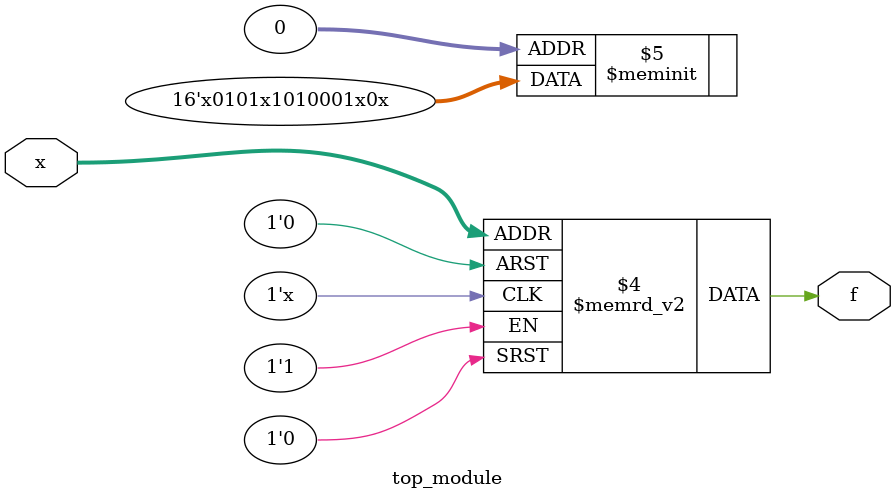
<source format=sv>
module top_module (
    input [4:1] x,
    output logic f
);

always_comb begin
    case ({x[4], x[3], x[2], x[1]})
        4'b0000: f = 1'bx; // don't care
        4'b0001: f = 1'b0;
        4'b0011: f = 1'b1;
        4'b0010: f = 1'bx; // don't care
        4'b0101: f = 1'b0;
        4'b0111: f = 1'b1;
        4'b0110: f = 1'b0;
        4'b1001: f = 1'b1;
        4'b1011: f = 1'b1;
        4'b1010: f = 1'bx; // don't care
        4'b1101: f = 1'b1;
        4'b1111: f = 1'bx; // don't care
        4'b1110: f = 1'b0;
        default: f = 1'b0; // default case
    endcase
end

endmodule

</source>
